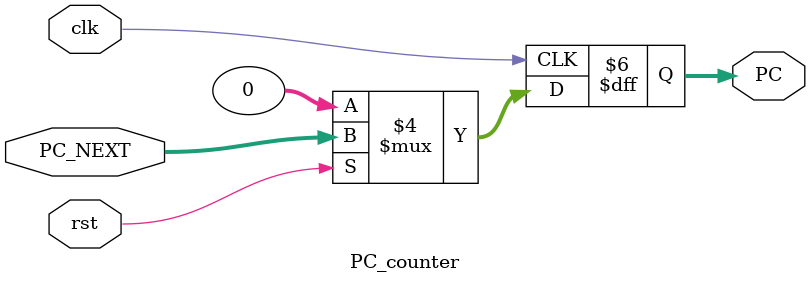
<source format=v>
module PC_counter(PC_NEXT,PC,rst,clk);

input [31:0] PC_NEXT;
input clk,rst;

output reg [31:0] PC;    //as PC is the output of register so we have to declare it, if we notdeclare it will consider wire as default

always @(posedge clk)
begin
  
  if(rst == 1'b0)
  begin
  PC <= 32'h00000000;
  end
  else 
  begin
  PC <= PC_NEXT;
  end
end

endmodule
</source>
